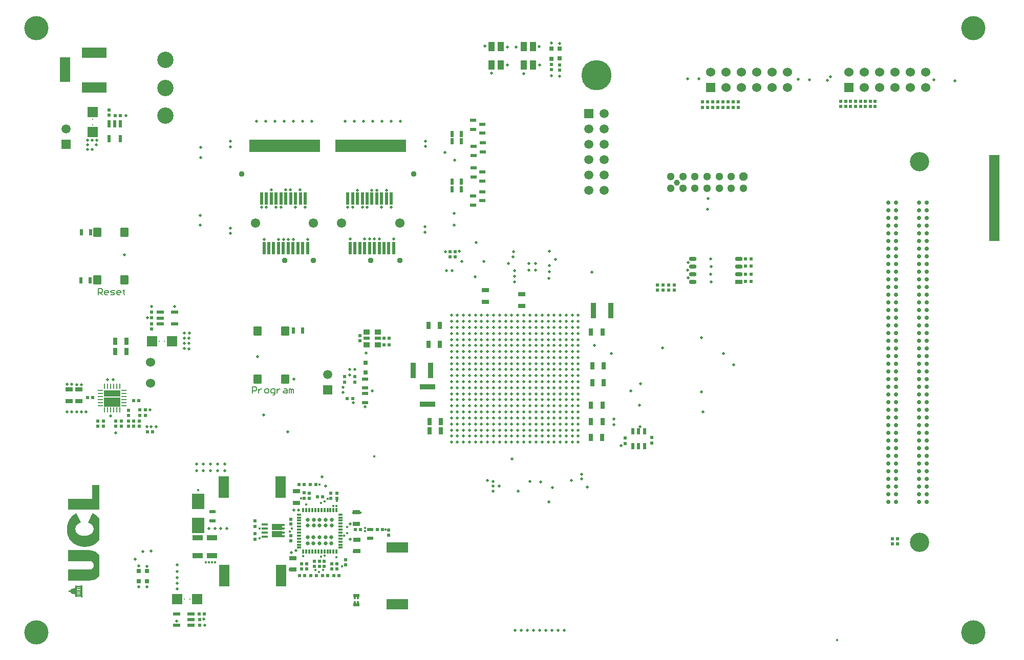
<source format=gbr>
%FSTAX23Y23*%
%MOIN*%
%SFA1B1*%

%IPPOS*%
%AMD35*
4,1,8,0.025600,-0.026700,0.025600,0.026700,0.021700,0.030500,-0.021700,0.030500,-0.025600,0.026700,-0.025600,-0.026700,-0.021700,-0.030500,0.021700,-0.030500,0.025600,-0.026700,0.0*
1,1,0.007717,0.021700,-0.026700*
1,1,0.007717,0.021700,0.026700*
1,1,0.007717,-0.021700,0.026700*
1,1,0.007717,-0.021700,-0.026700*
%
%AMD83*
4,1,8,-0.012800,-0.025600,0.012800,-0.025600,0.025600,-0.012800,0.025600,0.012800,0.012800,0.025600,-0.012800,0.025600,-0.025600,0.012800,-0.025600,-0.012800,-0.012800,-0.025600,0.0*
%
%ADD11R,0.050000X0.029921*%
%ADD12O,0.050000X0.029921*%
%ADD13R,0.029724X0.011811*%
%ADD14R,0.011811X0.029724*%
%ADD16R,0.031496X0.031496*%
%ADD17R,0.051181X0.021654*%
%ADD18R,0.021654X0.051181*%
%ADD19R,0.066929X0.070866*%
%ADD20R,0.010000X0.010000*%
%ADD21R,0.070866X0.066929*%
%ADD22R,0.010000X0.010000*%
%ADD23R,0.039370X0.023622*%
%ADD24R,0.021654X0.023622*%
%ADD25R,0.023622X0.021654*%
%ADD26R,0.023622X0.039370*%
%ADD27R,0.070079X0.140157*%
%ADD28R,0.019685X0.078740*%
%ADD29R,0.043307X0.059055*%
%ADD30R,0.027559X0.051181*%
%ADD31R,0.066929X0.035433*%
%ADD32R,0.051181X0.027559*%
%ADD33R,0.102362X0.035433*%
%ADD34R,0.035433X0.102362*%
G04~CAMADD=35~8~0.0~0.0~610.2~511.8~38.6~0.0~15~0.0~0.0~0.0~0.0~0~0.0~0.0~0.0~0.0~0~0.0~0.0~0.0~270.0~512.0~610.0*
%ADD35D35*%
%ADD37R,0.031693X0.009843*%
%ADD38R,0.009843X0.031693*%
%ADD39R,0.106299X0.059055*%
%ADD40R,0.106299X0.041339*%
%ADD41R,0.023622X0.043307*%
%ADD42R,0.029921X0.015945*%
%ADD43R,0.038976X0.015945*%
%ADD44R,0.067913X0.038976*%
%ADD45R,0.140157X0.070079*%
%ADD46R,0.039370X0.035433*%
%ADD47R,0.039370X0.019685*%
%ADD48R,0.078740X0.098425*%
%ADD49R,0.464566X0.078740*%
%ADD50C,0.019685*%
%ADD73R,0.060000X0.060000*%
%ADD74C,0.060000*%
%ADD75R,0.065000X0.160000*%
%ADD76R,0.160000X0.065000*%
%ADD77C,0.125984*%
%ADD78C,0.157480*%
%ADD79C,0.061024*%
%ADD80C,0.106299*%
%ADD81C,0.039370*%
%ADD82C,0.051181*%
G04~CAMADD=83~4~0.0~0.0~511.8~511.8~0.0~128.0~0~0.0~0.0~0.0~0.0~0~0.0~0.0~0.0~0.0~0~0.0~0.0~0.0~180.0~512.0~512.0*
%ADD83D83*%
%ADD84R,0.059055X0.059055*%
%ADD85C,0.059055*%
%ADD86C,0.037401*%
%ADD88C,0.196850*%
%ADD90C,0.020000*%
%ADD91C,0.015000*%
%ADD92C,0.025000*%
%ADD93C,0.019685*%
%ADD140C,0.000787*%
%ADD141C,0.007992*%
%ADD142R,0.070000X0.560983*%
%ADD143R,0.001457X0.001457*%
%ADD144C,0.029016*%
%LNatfc_soldermask_top-1*%
%LPD*%
G54D11*
X0734Y0382D03*
G54D12*
X0734Y0387D03*
Y0392D03*
Y0397D03*
X07041Y0382D03*
Y0387D03*
Y0392D03*
Y0397D03*
G54D13*
X04749Y02088D03*
Y02107D03*
Y02127D03*
Y02147D03*
Y02166D03*
Y02186D03*
Y02206D03*
Y02225D03*
Y02245D03*
Y02265D03*
Y02284D03*
Y02304D03*
X04479D03*
Y02284D03*
Y02265D03*
Y02245D03*
Y02225D03*
Y02206D03*
Y02186D03*
Y02166D03*
Y02147D03*
Y02127D03*
Y02107D03*
Y02088D03*
G54D14*
X04723Y02331D03*
X04703D03*
X04683D03*
X04664D03*
X04644D03*
X04624D03*
X04604D03*
X04585D03*
X04565D03*
X04545D03*
X04526D03*
X04506D03*
Y02061D03*
X04526D03*
X04545D03*
X04565D03*
X04585D03*
X04604D03*
X04624D03*
X04644D03*
X04664D03*
X04683D03*
X04703D03*
X04723D03*
G54D16*
X03435Y01935D03*
Y0187D03*
X06122Y05339D03*
Y05274D03*
X06175Y0534D03*
Y05275D03*
X04911Y03228D03*
Y03293D03*
X03487Y01935D03*
Y0187D03*
G54D17*
X03775Y01657D03*
Y01582D03*
Y0162D03*
X03681Y01657D03*
Y01582D03*
X03574Y03547D03*
Y03622D03*
Y03584D03*
X03668Y03547D03*
Y03622D03*
G54D18*
X03241Y04849D03*
X03315D03*
X03278D03*
X03241Y04754D03*
X03315D03*
G54D19*
X03686Y01752D03*
X03816D03*
X0365Y03431D03*
X0352D03*
G54D20*
X03769Y01752D03*
X03733D03*
X03567Y03431D03*
X03603D03*
G54D21*
X03135Y04795D03*
Y04925D03*
G54D22*
X03135Y04878D03*
Y04842D03*
G54D23*
X03914Y02263D03*
Y02322D03*
X05671Y04788D03*
Y04847D03*
X05615Y04701D03*
Y04642D03*
X05675Y04725D03*
Y04666D03*
X05613Y04814D03*
Y04873D03*
X05671Y04476D03*
Y04535D03*
X05611Y04379D03*
Y0432D03*
X05672Y04407D03*
Y04348D03*
X05616Y04504D03*
Y04563D03*
X04909Y03128D03*
Y03187D03*
Y03033D03*
Y03092D03*
X04943Y02207D03*
Y02148D03*
X04851Y01776D03*
Y01717D03*
G54D24*
X04577Y02D03*
Y01966D03*
X03517Y03621D03*
Y03587D03*
X0383Y01584D03*
Y01618D03*
X04191Y02262D03*
Y02227D03*
Y02178D03*
Y02143D03*
X03517Y03545D03*
Y03511D03*
X03242Y04905D03*
Y0494D03*
X03438Y02912D03*
Y02878D03*
X05061Y02168D03*
Y02202D03*
X03205Y02912D03*
Y02878D03*
X03169Y02912D03*
Y02878D03*
X04725Y02443D03*
Y02409D03*
X04724Y01949D03*
Y01983D03*
X0451Y02445D03*
Y0241D03*
X04495Y01949D03*
Y01983D03*
X03367Y02912D03*
Y02878D03*
X06122Y05237D03*
Y05202D03*
X06174Y05234D03*
Y05199D03*
X06602Y02766D03*
Y02801D03*
X06775Y0277D03*
Y02805D03*
X05495Y04017D03*
Y03983D03*
X05461Y04017D03*
Y03983D03*
X06811Y03799D03*
Y03765D03*
X06884Y03799D03*
Y03765D03*
X0692Y03799D03*
Y03765D03*
X06847Y03799D03*
Y03765D03*
X04774Y03201D03*
Y03167D03*
X04842Y03201D03*
Y03167D03*
X04643Y01966D03*
Y01999D03*
X0461Y01966D03*
Y01999D03*
X04686Y02444D03*
Y0241D03*
X04691Y01949D03*
Y01982D03*
X04545Y02444D03*
Y0241D03*
X04528Y0195D03*
Y01983D03*
X04783Y01975D03*
Y02008D03*
X04426Y02274D03*
Y02241D03*
X04425Y02165D03*
Y02132D03*
X03402Y02911D03*
Y02878D03*
X03367Y02982D03*
Y02949D03*
X03322Y02911D03*
Y02878D03*
X04874Y03435D03*
Y03468D03*
X08374Y02147D03*
Y02114D03*
X0834Y02147D03*
Y02114D03*
X03286Y02912D03*
Y02878D03*
X07171Y04991D03*
Y04957D03*
X07106D03*
Y04991D03*
X07204D03*
Y04957D03*
X07139D03*
Y04991D03*
X07304D03*
Y04957D03*
X07239D03*
Y04991D03*
X07337D03*
Y04957D03*
X07272D03*
Y04991D03*
X08068Y04995D03*
Y04961D03*
X08005D03*
Y04995D03*
X081D03*
Y04961D03*
X08197Y04995D03*
Y04961D03*
X08134D03*
Y04995D03*
X08229D03*
Y04961D03*
X08037D03*
Y04995D03*
X08166Y04961D03*
Y04995D03*
G54D25*
X03315Y04904D03*
X0328D03*
X03829Y01657D03*
X03863D03*
X03478Y0295D03*
X03443D03*
X05022Y02207D03*
X04988D03*
X04665Y01905D03*
X04631D03*
X04738D03*
X04704D03*
X04553Y02499D03*
X04588D03*
X04478Y025D03*
X04513D03*
X04515Y01905D03*
X04481D03*
X0459D03*
X04556D03*
X04632Y0242D03*
X04598D03*
X0742Y0397D03*
X07385D03*
X0742Y03921D03*
X07385D03*
X0742Y0387D03*
X07385D03*
X0742Y03821D03*
X07385D03*
X04793Y0306D03*
X04828D03*
X04878Y02207D03*
X04845D03*
X03435Y03047D03*
X03402D03*
X03477Y02985D03*
X03443D03*
X03101Y03066D03*
X03134D03*
X05031Y03452D03*
X05065D03*
X05031Y03409D03*
X05065D03*
X03491Y02844D03*
X03526D03*
G54D26*
X05535Y04735D03*
X05475D03*
X05536Y04424D03*
X05476D03*
X0306Y04144D03*
X0312D03*
X03117Y03829D03*
X03057D03*
X0444Y03504D03*
X045D03*
X05535Y04782D03*
X05475D03*
X05536Y04474D03*
X05476D03*
G54D27*
X03987Y02482D03*
X04357D03*
X0399Y01905D03*
X0436D03*
G54D28*
X05032Y0404D03*
X05063D03*
X04843D03*
X04874D03*
X05079Y04363D03*
X05048D03*
X05016D03*
X04985D03*
X04953D03*
X04922D03*
X0489D03*
X04859D03*
X04827D03*
X04796D03*
X04811Y0404D03*
X04906D03*
X04937D03*
X04969D03*
X05D03*
X05095D03*
X04282D03*
X04518Y04363D03*
X04487D03*
X04455D03*
X04424D03*
X04392D03*
X04361D03*
X04329D03*
X04298D03*
X04266D03*
X04235D03*
X0425Y0404D03*
X04313D03*
X04345D03*
X04376D03*
X04408D03*
X04439D03*
X04471D03*
X04502D03*
X04534D03*
G54D29*
X05793Y05233D03*
Y05352D03*
X05733D03*
Y05233D03*
X06D03*
Y05352D03*
X0594D03*
Y05233D03*
G54D30*
X03282Y03367D03*
X03356D03*
X06387Y03161D03*
X06462D03*
Y03271D03*
X06387D03*
X05395Y03414D03*
X0532D03*
Y03535D03*
X05395D03*
X06379Y03492D03*
X06454D03*
Y02909D03*
X06379D03*
X05328Y0285D03*
X05403D03*
Y02909D03*
X05328D03*
X06454Y03015D03*
X06379D03*
X06453Y02807D03*
X06379D03*
X03282Y03431D03*
X03356D03*
G54D31*
X03819Y02151D03*
Y02037D03*
X0391Y02151D03*
Y02037D03*
G54D32*
X04853Y02244D03*
Y02319D03*
X04461Y0238D03*
Y02455D03*
X04854Y0214D03*
Y02065D03*
X04438Y0202D03*
Y01945D03*
X03044Y03044D03*
Y03119D03*
X02982Y03044D03*
Y03119D03*
X05692Y0369D03*
Y03765D03*
X05929Y03738D03*
Y03663D03*
G54D33*
X05314Y03021D03*
Y03135D03*
G54D34*
X05336Y03244D03*
X05222D03*
X06394Y03632D03*
X06508D03*
G54D35*
X04387Y035D03*
Y03187D03*
X04209Y035D03*
Y03187D03*
X03165Y03831D03*
Y04144D03*
X03343Y03831D03*
Y04144D03*
G54D37*
X03339Y03012D03*
Y03032D03*
Y03052D03*
Y03071D03*
Y03091D03*
Y03111D03*
X03185D03*
Y03091D03*
Y03071D03*
Y03052D03*
Y03032D03*
Y03012D03*
G54D38*
X03311Y03138D03*
X03292D03*
X03272D03*
X03252D03*
X03232D03*
X03213D03*
Y02985D03*
X03232D03*
X03252D03*
X03272D03*
X03292D03*
X03311D03*
G54D39*
X03262Y03037D03*
G54D40*
X03262Y03094D03*
G54D41*
X06727Y02845D03*
X06689D03*
X06652D03*
Y0275D03*
X06689D03*
X06727D03*
G54D42*
X04373Y02211D03*
Y02186D03*
Y02162D03*
Y02236D03*
G54D43*
X04256Y0216D03*
Y02186D03*
Y02212D03*
Y02238D03*
G54D44*
X04334Y02223D03*
Y02175D03*
G54D45*
X05118Y0172D03*
Y0209D03*
G54D46*
X04991Y03494D03*
X04917D03*
X04991Y03409D03*
X04917D03*
G54D47*
X04991Y03452D03*
X04917D03*
G54D48*
X03822Y02233D03*
Y0239D03*
G54D49*
X04945Y04706D03*
X04384D03*
G54D50*
X05745Y03563D03*
Y03602D03*
Y02775D03*
Y02815D03*
X0547Y02972D03*
Y03011D03*
Y03051D03*
Y0309D03*
Y03169D03*
Y03208D03*
Y03563D03*
Y03602D03*
X05666Y02854D03*
X0547Y03248D03*
Y03287D03*
X05666Y03563D03*
Y03602D03*
X05509Y02933D03*
Y02972D03*
X0547Y03366D03*
Y03405D03*
X05509Y02775D03*
X05588Y03563D03*
Y03602D03*
X06296Y02775D03*
X06257D03*
X06218D03*
X06178D03*
X06139D03*
X061D03*
X0606D03*
X06021D03*
X05981D03*
X05942D03*
X05903D03*
X05863D03*
X05824D03*
X05785D03*
X05706D03*
X05666D03*
X05627D03*
X05588D03*
X05548D03*
X06296Y02815D03*
X06257D03*
X06218D03*
X06178D03*
X06139D03*
X061D03*
X0606D03*
X06021D03*
X05981D03*
X05942D03*
X05903D03*
X05863D03*
X05824D03*
X05785D03*
X05706D03*
X05666D03*
X05627D03*
X05588D03*
X05548D03*
X05509D03*
X06296Y02854D03*
X06257D03*
X06218D03*
X06178D03*
X06139D03*
X061D03*
X0606D03*
X06021D03*
X05981D03*
X05942D03*
X05903D03*
X05863D03*
X05824D03*
X05785D03*
X05745D03*
X05706D03*
X05627D03*
X05588D03*
X05548D03*
X05509D03*
X06296Y02893D03*
X06257D03*
X06218D03*
X06178D03*
X06139D03*
X061D03*
X0606D03*
X06021D03*
X05981D03*
X05942D03*
X05903D03*
X05863D03*
X05824D03*
X05785D03*
X05745D03*
X05706D03*
X05666D03*
X05627D03*
X05588D03*
X05548D03*
X05509D03*
X06296Y02933D03*
X06257D03*
X06218D03*
X06178D03*
X06139D03*
X061D03*
X0606D03*
X06021D03*
X05981D03*
X05942D03*
X05903D03*
X05863D03*
X05824D03*
X05785D03*
X05745D03*
X05706D03*
X05666D03*
X05588D03*
X05548D03*
X0547D03*
X06296Y02972D03*
X06257D03*
X06218D03*
X06178D03*
X06139D03*
X061D03*
X0606D03*
X06021D03*
X05981D03*
X05942D03*
X05903D03*
X05863D03*
X05824D03*
X05785D03*
X05745D03*
X05706D03*
X05627D03*
X05588D03*
X05548D03*
X06296Y03011D03*
X06257D03*
X06218D03*
X06178D03*
X06139D03*
X061D03*
X0606D03*
X06021D03*
X05981D03*
X05942D03*
X05903D03*
X05863D03*
X05824D03*
X05785D03*
X05745D03*
X05706D03*
X05666D03*
X05627D03*
X05588D03*
X05548D03*
X05509D03*
X06296Y03051D03*
X06257D03*
X06218D03*
X06178D03*
X06139D03*
X061D03*
X0606D03*
X06021D03*
X05981D03*
X05942D03*
X05903D03*
X05863D03*
X05824D03*
X05785D03*
X05745D03*
X05706D03*
X05666D03*
X05627D03*
X05588D03*
X05548D03*
X05509D03*
X06296Y0309D03*
X06257D03*
X06218D03*
X06178D03*
X06139D03*
X061D03*
X0606D03*
X06021D03*
X05981D03*
X05942D03*
X05903D03*
X05863D03*
X05824D03*
X05785D03*
X05745D03*
X05706D03*
X05666D03*
X05627D03*
X05588D03*
X05548D03*
X05509D03*
X06296Y03129D03*
X06257D03*
X06218D03*
X06178D03*
X06139D03*
X061D03*
X0606D03*
X06021D03*
X05981D03*
X05942D03*
X05903D03*
X05863D03*
X05824D03*
X05785D03*
X05745D03*
X05706D03*
X05666D03*
X05627D03*
X05588D03*
X05548D03*
X05509D03*
X0547D03*
X06296Y03169D03*
X06257D03*
X06218D03*
X06178D03*
X06139D03*
X061D03*
X0606D03*
X06021D03*
X05981D03*
X05942D03*
X05903D03*
X05863D03*
X05824D03*
X05785D03*
X05745D03*
X05706D03*
X05666D03*
X05627D03*
X05588D03*
X05548D03*
X05509D03*
X06296Y03208D03*
X06257D03*
X06218D03*
X06178D03*
X06139D03*
X061D03*
X0606D03*
X06021D03*
X05981D03*
X05942D03*
X05903D03*
X05863D03*
X05824D03*
X05785D03*
X05745D03*
X05706D03*
X05666D03*
X05627D03*
X05588D03*
X05548D03*
X05509D03*
X06296Y03248D03*
X06257D03*
X06218D03*
X06178D03*
X06139D03*
X061D03*
X0606D03*
X06021D03*
X05981D03*
X05942D03*
X05903D03*
X05863D03*
X05824D03*
X05785D03*
X05745D03*
X05706D03*
X05666D03*
X05627D03*
X05588D03*
X05548D03*
X05509D03*
X06296Y03287D03*
X06257D03*
X06218D03*
X06178D03*
X06139D03*
X061D03*
X0606D03*
X06021D03*
X05981D03*
X05942D03*
X05903D03*
X05863D03*
X05824D03*
X05785D03*
X05745D03*
X05706D03*
X05666D03*
X05627D03*
X05588D03*
X05548D03*
X05509D03*
X06296Y03326D03*
X06257D03*
X06218D03*
X06178D03*
X06139D03*
X061D03*
X0606D03*
X06021D03*
X05981D03*
X05942D03*
X05903D03*
X05863D03*
X05824D03*
X05785D03*
X05745D03*
X05706D03*
X05666D03*
X05627D03*
X05588D03*
X05548D03*
X05509D03*
X0547D03*
X06296Y03366D03*
X06257D03*
X06218D03*
X06178D03*
X06139D03*
X061D03*
X0606D03*
X06021D03*
X05981D03*
X05942D03*
X05903D03*
X05863D03*
X05824D03*
X05785D03*
X05745D03*
X05706D03*
X05666D03*
X05627D03*
X05588D03*
X05548D03*
X05509D03*
X06296Y03405D03*
X06257D03*
X06218D03*
X06178D03*
X06139D03*
X061D03*
X0606D03*
X06021D03*
X05981D03*
X05942D03*
X05903D03*
X05863D03*
X05785D03*
X05745D03*
X05706D03*
X05666D03*
X05627D03*
X05588D03*
X05548D03*
X05509D03*
X06296Y03444D03*
X06257D03*
X06218D03*
X06178D03*
X06139D03*
X061D03*
X0606D03*
X06021D03*
X05981D03*
X05942D03*
X05903D03*
X05863D03*
X05824D03*
X05785D03*
X05745D03*
X05706D03*
X05666D03*
X05627D03*
X05588D03*
X05548D03*
X05509D03*
X06296Y03484D03*
X06257D03*
X06218D03*
X06178D03*
X06139D03*
X061D03*
X0606D03*
X06021D03*
X05981D03*
X05942D03*
X05903D03*
X05863D03*
X05824D03*
X05785D03*
X05745D03*
X05706D03*
X05666D03*
X05627D03*
X05588D03*
X05548D03*
X05509D03*
X06296Y03523D03*
X06257D03*
X06218D03*
X06178D03*
X06139D03*
X061D03*
X0606D03*
X06021D03*
X05981D03*
X05942D03*
X05903D03*
X05863D03*
X05824D03*
X05785D03*
X05745D03*
X05706D03*
X05666D03*
X05627D03*
X05588D03*
X05548D03*
X05509D03*
X0547D03*
X06296Y03563D03*
X06257D03*
X06218D03*
X06178D03*
X06139D03*
X061D03*
X0606D03*
X06021D03*
X05981D03*
X05942D03*
X05903D03*
X05863D03*
X05824D03*
X05785D03*
X05706D03*
X05627D03*
X05548D03*
X05509D03*
X06296Y03602D03*
X06257D03*
X06218D03*
X06178D03*
X06139D03*
X061D03*
X0606D03*
X06021D03*
X05981D03*
X05942D03*
X05903D03*
X05863D03*
X05824D03*
X05785D03*
X05706D03*
X05627D03*
X05548D03*
X05509D03*
X05666Y02972D03*
X05627Y02933D03*
X0547Y03484D03*
Y03444D03*
X05824Y03405D03*
X0547Y02815D03*
Y02775D03*
Y02893D03*
Y02854D03*
G54D73*
X08059Y05085D03*
X07159D03*
G54D74*
X08159Y05085D03*
X08259D03*
X08359D03*
X08459D03*
X08559D03*
X08059Y05185D03*
X08159D03*
X08259D03*
X08359D03*
X08459D03*
X08559D03*
X07259Y05085D03*
X07359D03*
X07459D03*
X07559D03*
X07659D03*
X07159Y05185D03*
X07259D03*
X07359D03*
X07459D03*
X07559D03*
X07659D03*
X0351Y03296D03*
Y03159D03*
G54D75*
X02956Y05204D03*
G54D76*
X03145Y05314D03*
Y05086D03*
G54D77*
X08519Y02121D03*
Y04602D03*
G54D78*
X08869Y05474D03*
X02769D03*
Y01537D03*
X08869D03*
G54D79*
X04756Y04202D03*
X05134D03*
X04195D03*
X04573D03*
G54D80*
X03608Y05084D03*
Y05265D03*
Y04902D03*
G54D81*
X06938Y04467D03*
G54D82*
X06899Y04428D03*
X06978D03*
X07056D03*
X07135D03*
X07214D03*
X07292D03*
X07371D03*
X06899Y04507D03*
X06978D03*
X07056D03*
X07135D03*
X07214D03*
X07292D03*
G54D83*
X07371Y04507D03*
G54D84*
X04666Y03115D03*
X06364Y04917D03*
X0296Y04715D03*
G54D85*
X04666Y03215D03*
X06464Y04917D03*
X06364Y04817D03*
X06464D03*
X06364Y04717D03*
X06464D03*
X06364Y04617D03*
X06464D03*
X06364Y04517D03*
X06464D03*
X06364Y04417D03*
X06464D03*
X0296Y04815D03*
G54D86*
X05134Y03958D03*
X04945D03*
X04384D03*
X04573D03*
X05226Y04521D03*
X04104D03*
G54D88*
X06414Y05167D03*
G54D90*
X08613Y05137D03*
X08748Y05129D03*
X07938Y05157D03*
X07917Y05132D03*
X06403Y03405D03*
X07082Y05144D03*
X07008D03*
X07803Y05137D03*
X07728Y05138D03*
X06318Y02537D03*
X04954Y0311D03*
X04297Y04419D03*
X04391D03*
X04422D03*
X04485D03*
X04454Y04307D03*
X0436D03*
X04858Y04417D03*
X04952D03*
X04984D03*
X05047D03*
X05015Y04305D03*
X04921D03*
X05905Y02456D03*
X04653Y02488D03*
X03492Y03586D03*
X0483Y03031D03*
X04909Y03007D03*
X07307Y03279D03*
X0724Y03354D03*
X06385Y03881D03*
X05523Y04019D03*
X06251Y02527D03*
X03547Y02877D03*
X03515D03*
X03488D03*
X03342Y03996D03*
X03838Y04629D03*
Y04696D03*
X03834Y04251D03*
Y04188D03*
X05429Y04661D03*
X05492Y04614D03*
X05488Y04267D03*
Y04188D03*
X07137Y04291D03*
X07141Y04362D03*
X04208Y03334D03*
X0346Y02062D03*
X04916Y03357D03*
X0594Y05177D03*
X05733Y05178D03*
X06175Y05372D03*
X06122Y05375D03*
X05431Y04015D03*
X0563Y04075D03*
X06513Y03352D03*
X04247Y02952D03*
X03261Y03037D03*
X03262Y03094D03*
X03269Y03184D03*
X03297Y03038D03*
Y03094D03*
X03232Y03183D03*
X03286Y02837D03*
X04406Y02842D03*
X04628Y02549D03*
X04445Y03187D03*
X06205Y0155D03*
X06085D03*
X05885D03*
X06165D03*
X06125D03*
X06045D03*
X05965D03*
X05925D03*
X06005D03*
X03413Y02014D03*
X03487Y01832D03*
X03435Y01833D03*
X04841Y0325D03*
X04807Y03214D03*
Y0325D03*
X04765Y03134D03*
Y03099D03*
X04031Y04137D03*
X03865Y01584D03*
X03517Y0366D03*
X03352Y04904D03*
X03252Y02947D03*
X05298Y04144D03*
Y04179D03*
X053Y04702D03*
Y04735D03*
X04032Y047D03*
Y04735D03*
X04031Y0417D03*
X04778Y04865D03*
X04838D03*
X04898D03*
X04958D03*
X05018D03*
X05078D03*
X05138D03*
X04562Y04865D03*
X04502D03*
X04442D03*
X04382D03*
X04322D03*
X04262D03*
X04202D03*
X04408Y04097D03*
X04251D03*
X04345D03*
X04811Y041D03*
X04906D03*
X04328Y04307D03*
X0489Y04305D03*
X04827D03*
X05078D03*
X04795D03*
X04265Y04307D03*
X04234D03*
X05094Y041D03*
X05D03*
X04968D03*
X04937D03*
X04534Y04097D03*
X0444D03*
X04377D03*
X0701Y03845D03*
X07009Y03895D03*
X0701Y03947D03*
X03435Y01968D03*
X03487Y01966D03*
X06046Y05232D03*
X05893Y0535D03*
X06043Y05352D03*
X05836Y05234D03*
Y0535D03*
X05689Y05355D03*
X06846Y0339D03*
X05865Y02667D03*
X06318Y02566D03*
X05982Y0252D03*
X05743Y0252D03*
X05705Y02525D03*
X06638Y0311D03*
X07099Y03102D03*
Y03455D03*
X05743Y02457D03*
Y02489D03*
X05474Y03892D03*
X03227Y03093D03*
X03228Y03037D03*
X03507Y02985D03*
X03101Y04741D03*
X03132Y04742D03*
X03162D03*
X03101Y04711D03*
X03157Y04712D03*
X031Y04681D03*
X03133Y04682D03*
X03668Y03659D03*
X02967Y02973D03*
X02999D03*
X0303D03*
X0306D03*
X0309D03*
X02969Y03151D03*
X02998D03*
X0303Y0315D03*
X03062Y03149D03*
X03813Y0259D03*
X03856D03*
X03902D03*
X03948D03*
X03996D03*
Y02634D03*
X03948D03*
X03902D03*
X03856D03*
X03813D03*
X03893Y02212D03*
X03931Y02214D03*
X03968Y02212D03*
X04007Y02214D03*
X03686Y01819D03*
Y01857D03*
Y01894D03*
Y01934D03*
Y01975D03*
X03681Y01609D03*
X03858Y01621D03*
X04444Y02332D03*
X04474D03*
X04427Y02055D03*
X04459Y0207D03*
X04811Y02142D03*
X04812Y02244D03*
X06109Y03927D03*
X06108Y04019D03*
X05876Y04017D03*
X05873Y03982D03*
X0588Y03892D03*
Y0382D03*
X0584Y03939D03*
X06147Y03965D03*
X05439Y03892D03*
X05625Y03854D03*
X05539Y03952D03*
X05681D03*
X05783Y0249D03*
X06053Y02515D03*
X06354Y02482D03*
X06129Y0248D03*
X06105Y02387D03*
X06701Y03157D03*
X06122Y05162D03*
X06174Y0516D03*
X03763Y03384D03*
Y03419D03*
X03764Y03485D03*
X03763Y03454D03*
X0373Y03385D03*
Y0342D03*
X03731Y03485D03*
Y03454D03*
X04517Y04307D03*
X06107Y03887D03*
X06106Y03842D03*
X0588Y03857D03*
X07108Y02973D03*
X06698Y02876D03*
X06696Y03015D03*
X06527Y02889D03*
Y02925D03*
X06574Y02751D03*
X03514Y02065D03*
X07159Y0397D03*
X0716Y0392D03*
X07157Y0387D03*
X07162Y0382D03*
G54D91*
X0798Y01487D03*
X04967Y02682D03*
X04791Y02181D03*
X0477Y02167D03*
X04791Y02224D03*
X04645Y02035D03*
X04432Y02212D03*
X0387Y01992D03*
X04758Y01966D03*
X04665Y02405D03*
X04492Y02409D03*
X04724Y02393D03*
X04723Y0236D03*
X04703D03*
X04908Y02215D03*
Y02197D03*
X04872Y02064D03*
X04854D03*
X04836D03*
X04612Y02499D03*
X04222Y0215D03*
X04222Y02212D03*
X04418Y02194D03*
X04609Y0193D03*
X04634Y01944D03*
X04585D03*
X04476Y025D03*
X0382Y02464D03*
X04478Y01905D03*
Y02455D03*
X04461Y02455D03*
X04445Y02455D03*
X04525Y0237D03*
X0462Y0238D03*
X04528Y01986D03*
X04452Y01945D03*
X04435D03*
X04418D03*
X04495Y01987D03*
X04692Y01985D03*
X04723Y01987D03*
X04546Y02407D03*
X04723Y02025D03*
X04506Y02032D03*
X0483Y02317D03*
X04853Y02319D03*
X04878Y02317D03*
X0474Y01905D03*
X04623Y0203D03*
X03893Y01992D03*
X03913D03*
X03933D03*
X04645Y02389D03*
X04842Y01759D03*
X04862D03*
X04842Y01732D03*
X04862D03*
X05041Y02207D03*
G54D92*
X04689Y02117D03*
X04612D03*
X04534D03*
X04573D03*
X0465D03*
X04689Y02155D03*
X04612D03*
X04534D03*
X04573D03*
X0465D03*
X0469Y02232D03*
X04535D03*
X04574D03*
X04651D03*
X0469Y0227D03*
X04535D03*
X04574D03*
X04652D03*
X04613D03*
X04612Y02232D03*
G54D93*
X06019Y03938D03*
Y03895D03*
X05976D03*
Y03938D03*
G54D140*
X03174Y02339D02*
Y02495D01*
Y02139D02*
Y02278D01*
Y01906D02*
Y0204D01*
X03173Y02339D02*
Y02495D01*
Y02139D02*
Y02279D01*
Y01904D02*
Y02041D01*
X03172Y02339D02*
Y02495D01*
Y02138D02*
Y0228D01*
Y01903D02*
Y02042D01*
X03171Y02339D02*
Y02495D01*
Y02136D02*
Y02281D01*
Y01902D02*
Y02043D01*
X0317Y02339D02*
Y02495D01*
Y02135D02*
Y02282D01*
Y01902D02*
Y02044D01*
X0317Y02339D02*
Y02495D01*
Y02135D02*
Y02283D01*
Y019D02*
Y02045D01*
X03169Y02339D02*
Y02495D01*
Y02134D02*
Y02284D01*
Y01899D02*
Y02046D01*
X03168Y02339D02*
Y02495D01*
Y02132D02*
Y02285D01*
Y01899D02*
Y02047D01*
X03167Y02339D02*
Y02495D01*
Y02131D02*
Y02286D01*
Y01898D02*
Y02047D01*
X03166Y02339D02*
Y02495D01*
Y0213D02*
Y02287D01*
Y01897D02*
Y02048D01*
X03166Y02339D02*
Y02495D01*
Y0213D02*
Y02288D01*
Y01896D02*
Y02049D01*
X03165Y02339D02*
Y02495D01*
Y02129D02*
Y02289D01*
Y01895D02*
Y0205D01*
X03164Y02339D02*
Y02495D01*
Y02128D02*
Y0229D01*
Y01895D02*
Y0205D01*
X03163Y02339D02*
Y02495D01*
Y02127D02*
Y0229D01*
Y01895D02*
Y02051D01*
X03162Y02339D02*
Y02495D01*
Y02127D02*
Y02291D01*
Y01894D02*
Y02052D01*
X03162Y02339D02*
Y02495D01*
Y02126D02*
Y02292D01*
Y01893D02*
Y02053D01*
X03161Y02339D02*
Y02495D01*
Y02125D02*
Y02293D01*
Y01892D02*
Y02054D01*
X0316Y02339D02*
Y02495D01*
Y02125D02*
Y02294D01*
Y01891D02*
Y02054D01*
X03159Y02339D02*
Y02495D01*
Y02124D02*
Y02295D01*
Y0189D02*
Y02055D01*
X03158Y02339D02*
Y02495D01*
Y02123D02*
Y02295D01*
Y0189D02*
Y02055D01*
X03158Y02339D02*
Y02495D01*
Y02122D02*
Y02295D01*
Y0189D02*
Y02056D01*
X03157Y02339D02*
Y02495D01*
Y02122D02*
Y02296D01*
Y01889D02*
Y02056D01*
X03156Y02339D02*
Y02495D01*
Y02121D02*
Y02297D01*
Y01889D02*
Y02057D01*
X03155Y02339D02*
Y02495D01*
Y02121D02*
Y02298D01*
Y01888D02*
Y02058D01*
X03154Y02339D02*
Y02495D01*
Y0212D02*
Y02299D01*
Y01887D02*
Y02058D01*
X03154Y02339D02*
Y02495D01*
Y02119D02*
Y02299D01*
Y01887D02*
Y02059D01*
X03153Y02339D02*
Y02495D01*
Y02119D02*
Y02299D01*
Y01887D02*
Y02059D01*
X03152Y02339D02*
Y02495D01*
Y02119D02*
Y023D01*
Y01887D02*
Y02059D01*
X03151Y02339D02*
Y02495D01*
Y02118D02*
Y02301D01*
Y01886D02*
Y0206D01*
X0315Y02339D02*
Y02495D01*
Y02117D02*
Y02301D01*
Y01886D02*
Y0206D01*
X0315Y02339D02*
Y02495D01*
Y02116D02*
Y02302D01*
Y01885D02*
Y02061D01*
X03149Y02339D02*
Y02495D01*
Y02116D02*
Y02302D01*
Y01885D02*
Y02062D01*
X03148Y02339D02*
Y02495D01*
Y02115D02*
Y02302D01*
Y01884D02*
Y02062D01*
X03147Y02339D02*
Y02495D01*
Y02115D02*
Y02303D01*
Y01884D02*
Y02062D01*
X03146Y02339D02*
Y02495D01*
Y02115D02*
Y02304D01*
Y01883D02*
Y02062D01*
X03146Y02339D02*
Y02495D01*
Y02114D02*
Y02304D01*
Y01883D02*
Y02062D01*
X03145Y02339D02*
Y02495D01*
Y02114D02*
Y02305D01*
Y01882D02*
Y02063D01*
X03144Y02339D02*
Y02495D01*
Y02113D02*
Y02306D01*
Y01882D02*
Y02063D01*
X03143Y02339D02*
Y02495D01*
Y02112D02*
Y02306D01*
Y01882D02*
Y02064D01*
X03142Y02339D02*
Y02495D01*
Y02112D02*
Y02307D01*
Y01882D02*
Y02064D01*
X03142Y02339D02*
Y02495D01*
Y02111D02*
Y02307D01*
Y01882D02*
Y02065D01*
X03141Y02339D02*
Y02495D01*
Y02111D02*
Y02307D01*
Y01978D02*
Y02065D01*
Y01882D02*
Y0197D01*
X0314Y02339D02*
Y02495D01*
Y0211D02*
Y02308D01*
Y01982D02*
Y02065D01*
Y01881D02*
Y01965D01*
X03139Y02339D02*
Y02495D01*
Y02219D02*
Y02308D01*
Y0211D02*
Y02202D01*
Y01986D02*
Y02066D01*
Y01881D02*
Y01962D01*
X03138Y02339D02*
Y02495D01*
Y02222D02*
Y02309D01*
Y0211D02*
Y02199D01*
Y01987D02*
Y02066D01*
Y01881D02*
Y0196D01*
X03138Y02339D02*
Y02495D01*
Y02225D02*
Y02309D01*
Y0211D02*
Y02196D01*
Y0199D02*
Y02067D01*
Y0188D02*
Y01959D01*
X03137Y02339D02*
Y02495D01*
Y02227D02*
Y0231D01*
Y02109D02*
Y02194D01*
Y0199D02*
Y02067D01*
Y0188D02*
Y01957D01*
X03136Y02339D02*
Y02495D01*
Y02229D02*
Y0231D01*
Y02109D02*
Y02192D01*
Y01992D02*
Y02067D01*
Y0188D02*
Y01955D01*
X03135Y02339D02*
Y02495D01*
Y0223D02*
Y0231D01*
Y02108D02*
Y0219D01*
Y01994D02*
Y02067D01*
Y0188D02*
Y01955D01*
X03134Y02339D02*
Y02495D01*
Y02232D02*
Y0231D01*
Y02108D02*
Y02189D01*
Y01995D02*
Y02067D01*
Y01879D02*
Y01954D01*
X03134Y02339D02*
Y02495D01*
Y02234D02*
Y02311D01*
Y02107D02*
Y02188D01*
Y01995D02*
Y02067D01*
Y01879D02*
Y01953D01*
X03133Y02339D02*
Y02495D01*
Y02235D02*
Y02311D01*
Y02107D02*
Y02187D01*
Y01996D02*
Y02067D01*
Y01879D02*
Y01952D01*
X03132Y02339D02*
Y02495D01*
Y02236D02*
Y0231D01*
Y02107D02*
Y02186D01*
Y01997D02*
Y02068D01*
Y01879D02*
Y01951D01*
X03131Y02339D02*
Y02407D01*
Y02237D02*
Y02309D01*
Y02107D02*
Y02184D01*
Y01998D02*
Y02068D01*
Y01879D02*
Y0195D01*
X0313Y02339D02*
Y02407D01*
Y02238D02*
Y02307D01*
Y02106D02*
Y02183D01*
Y01999D02*
Y02068D01*
Y01879D02*
Y0195D01*
X0313Y02339D02*
Y02407D01*
Y02239D02*
Y02306D01*
Y02106D02*
Y02182D01*
Y01999D02*
Y02068D01*
Y01879D02*
Y0195D01*
X03129Y02339D02*
Y02407D01*
Y02239D02*
Y02304D01*
Y02106D02*
Y02182D01*
Y01999D02*
Y02069D01*
Y01879D02*
Y01949D01*
X03128Y02339D02*
Y02407D01*
Y02241D02*
Y02302D01*
Y02105D02*
Y02181D01*
Y02D02*
Y02069D01*
Y01879D02*
Y01948D01*
X03127Y02339D02*
Y02407D01*
Y02241D02*
Y023D01*
Y02105D02*
Y0218D01*
Y02D02*
Y02069D01*
Y01879D02*
Y01948D01*
X03126Y02339D02*
Y02407D01*
Y02242D02*
Y02299D01*
Y02104D02*
Y02179D01*
Y02001D02*
Y02069D01*
Y01878D02*
Y01947D01*
X03126Y02339D02*
Y02407D01*
Y02242D02*
Y02297D01*
Y02104D02*
Y02179D01*
Y02001D02*
Y0207D01*
Y01878D02*
Y01947D01*
X03125Y02339D02*
Y02407D01*
Y02243D02*
Y02295D01*
Y02104D02*
Y02179D01*
Y02001D02*
Y0207D01*
Y01878D02*
Y01947D01*
X03124Y02339D02*
Y02407D01*
Y02244D02*
Y02294D01*
Y02103D02*
Y02178D01*
Y02002D02*
Y0207D01*
Y01878D02*
Y01947D01*
X03123Y02339D02*
Y02407D01*
Y02245D02*
Y02292D01*
Y02103D02*
Y02177D01*
Y02002D02*
Y0207D01*
Y01878D02*
Y01947D01*
X03122Y02339D02*
Y02407D01*
Y02245D02*
Y0229D01*
Y02103D02*
Y02176D01*
Y02002D02*
Y0207D01*
Y01878D02*
Y01946D01*
X03122Y02339D02*
Y02407D01*
Y02246D02*
Y02289D01*
Y02102D02*
Y02176D01*
Y02002D02*
Y0207D01*
Y01878D02*
Y01946D01*
X03121Y02339D02*
Y02407D01*
Y02247D02*
Y02287D01*
Y02102D02*
Y02175D01*
Y02002D02*
Y0207D01*
Y01878D02*
Y01946D01*
X0312Y02339D02*
Y02407D01*
Y02247D02*
Y02286D01*
Y02102D02*
Y02175D01*
Y02002D02*
Y0207D01*
Y01878D02*
Y01946D01*
X03119Y02339D02*
Y02407D01*
Y02247D02*
Y02284D01*
Y02102D02*
Y02175D01*
Y02002D02*
Y0207D01*
Y01877D02*
Y01945D01*
X03118Y02339D02*
Y02407D01*
Y02248D02*
Y02282D01*
Y02102D02*
Y02174D01*
Y02003D02*
Y0207D01*
Y01877D02*
Y01945D01*
X03118Y02339D02*
Y02407D01*
Y02248D02*
Y02281D01*
Y02102D02*
Y02174D01*
Y02003D02*
Y0207D01*
Y01877D02*
Y01945D01*
X03117Y02339D02*
Y02407D01*
Y02249D02*
Y02279D01*
Y02101D02*
Y02173D01*
Y02003D02*
Y0207D01*
Y01877D02*
Y01945D01*
X03116Y02339D02*
Y02407D01*
Y02249D02*
Y02277D01*
Y02101D02*
Y02173D01*
Y02003D02*
Y0207D01*
Y01877D02*
Y01945D01*
X03115Y02339D02*
Y02407D01*
Y0225D02*
Y02275D01*
Y02101D02*
Y02172D01*
Y02003D02*
Y0207D01*
Y01877D02*
Y01945D01*
X03114Y02339D02*
Y02407D01*
Y0225D02*
Y02274D01*
Y02101D02*
Y02172D01*
Y02003D02*
Y02071D01*
Y01877D02*
Y01945D01*
X03114Y02339D02*
Y02407D01*
Y0225D02*
Y02272D01*
Y021D02*
Y02172D01*
Y02003D02*
Y02071D01*
Y01877D02*
Y01945D01*
X03113Y02339D02*
Y02407D01*
Y0225D02*
Y0227D01*
Y021D02*
Y02171D01*
Y02003D02*
Y02071D01*
Y01877D02*
Y01945D01*
X03112Y02339D02*
Y02407D01*
Y02251D02*
Y02269D01*
Y021D02*
Y02171D01*
Y02003D02*
Y02071D01*
Y01877D02*
Y01945D01*
X03111Y02339D02*
Y02407D01*
Y02251D02*
Y02267D01*
Y021D02*
Y0217D01*
Y02003D02*
Y02071D01*
Y01877D02*
Y01945D01*
X0311Y02339D02*
Y02407D01*
Y02252D02*
Y02266D01*
Y02099D02*
Y0217D01*
Y02003D02*
Y02071D01*
Y01877D02*
Y01945D01*
X0311Y02339D02*
Y02407D01*
Y02252D02*
Y02264D01*
Y02099D02*
Y0217D01*
Y02003D02*
Y02071D01*
Y01877D02*
Y01945D01*
X03109Y02339D02*
Y02407D01*
Y02253D02*
Y02262D01*
Y02099D02*
Y0217D01*
Y02003D02*
Y02071D01*
Y01877D02*
Y01945D01*
X03108Y02339D02*
Y02407D01*
Y02253D02*
Y02261D01*
Y02099D02*
Y0217D01*
Y02003D02*
Y02071D01*
Y01877D02*
Y01945D01*
X03107Y02339D02*
Y02407D01*
Y02253D02*
Y02259D01*
Y02099D02*
Y0217D01*
Y02003D02*
Y02071D01*
Y01877D02*
Y01945D01*
X03106Y02339D02*
Y02407D01*
Y02254D02*
Y02257D01*
Y02099D02*
Y02169D01*
Y02003D02*
Y02071D01*
Y01877D02*
Y01945D01*
X03106Y02339D02*
Y02407D01*
Y02254D02*
Y02256D01*
Y02099D02*
Y02169D01*
Y02003D02*
Y02071D01*
Y01877D02*
Y01945D01*
X03105Y02339D02*
Y02407D01*
Y02099D02*
Y02169D01*
Y02003D02*
Y02071D01*
Y01877D02*
Y01945D01*
X03104Y02339D02*
Y02407D01*
Y02099D02*
Y02169D01*
Y02003D02*
Y02072D01*
Y01876D02*
Y01945D01*
X03103Y02339D02*
Y02407D01*
Y02099D02*
Y02168D01*
Y02003D02*
Y02072D01*
Y01876D02*
Y01945D01*
X03102Y02339D02*
Y02407D01*
Y02098D02*
Y02168D01*
Y02003D02*
Y02072D01*
Y01876D02*
Y01945D01*
X03102Y02339D02*
Y02407D01*
Y02098D02*
Y02168D01*
Y02003D02*
Y02072D01*
Y01876D02*
Y01945D01*
X03101Y02339D02*
Y02407D01*
Y02098D02*
Y02168D01*
Y02003D02*
Y02072D01*
Y01876D02*
Y01945D01*
X031Y02339D02*
Y02407D01*
Y02098D02*
Y02167D01*
Y02003D02*
Y02072D01*
Y01876D02*
Y01945D01*
X03099Y02339D02*
Y02407D01*
Y02098D02*
Y02167D01*
Y02003D02*
Y02072D01*
Y01876D02*
Y01945D01*
X03098Y02339D02*
Y02407D01*
Y02098D02*
Y02167D01*
Y02003D02*
Y02072D01*
Y01876D02*
Y01945D01*
X03098Y02339D02*
Y02407D01*
Y02098D02*
Y02167D01*
Y02003D02*
Y02072D01*
Y01876D02*
Y01945D01*
X03097Y02339D02*
Y02407D01*
Y02098D02*
Y02167D01*
Y02003D02*
Y02072D01*
Y01876D02*
Y01945D01*
X03096Y02339D02*
Y02407D01*
Y02097D02*
Y02167D01*
Y02003D02*
Y02072D01*
Y01876D02*
Y01945D01*
X03095Y02339D02*
Y02407D01*
Y02097D02*
Y02167D01*
Y02003D02*
Y02072D01*
Y01876D02*
Y01945D01*
X03094Y02339D02*
Y02407D01*
Y02097D02*
Y02167D01*
Y02003D02*
Y02072D01*
Y01876D02*
Y01945D01*
X03094Y02339D02*
Y02407D01*
Y02097D02*
Y02167D01*
Y02003D02*
Y02072D01*
Y01876D02*
Y01945D01*
X03093Y02339D02*
Y02407D01*
Y02097D02*
Y02167D01*
Y02003D02*
Y02072D01*
Y01876D02*
Y01945D01*
X03092Y02339D02*
Y02407D01*
Y02097D02*
Y02167D01*
Y02003D02*
Y02072D01*
Y01876D02*
Y01945D01*
X03091Y02339D02*
Y02407D01*
Y02097D02*
Y02167D01*
Y02003D02*
Y02072D01*
Y01876D02*
Y01945D01*
X0309Y02339D02*
Y02407D01*
Y02097D02*
Y02166D01*
Y02003D02*
Y02072D01*
Y01876D02*
Y01945D01*
X0309Y02339D02*
Y02407D01*
Y02097D02*
Y02166D01*
Y02003D02*
Y02072D01*
Y01876D02*
Y01945D01*
X03089Y02339D02*
Y02407D01*
Y02097D02*
Y02166D01*
Y02003D02*
Y02072D01*
Y01876D02*
Y01945D01*
X03088Y02339D02*
Y02407D01*
Y02097D02*
Y02166D01*
Y02003D02*
Y02072D01*
Y01876D02*
Y01945D01*
X03087Y02339D02*
Y02407D01*
Y02097D02*
Y02166D01*
Y02003D02*
Y02072D01*
Y01876D02*
Y01945D01*
X03086Y02339D02*
Y02407D01*
Y02097D02*
Y02166D01*
Y02003D02*
Y02072D01*
Y01876D02*
Y01945D01*
X03086Y02339D02*
Y02407D01*
Y02097D02*
Y02166D01*
Y02003D02*
Y02072D01*
Y01876D02*
Y01945D01*
X03085Y02339D02*
Y02407D01*
Y02097D02*
Y02166D01*
Y02003D02*
Y02072D01*
Y01876D02*
Y01945D01*
X03084Y02339D02*
Y02407D01*
Y02097D02*
Y02166D01*
Y02003D02*
Y02072D01*
Y01876D02*
Y01945D01*
X03083Y02339D02*
Y02407D01*
Y02096D02*
Y02166D01*
Y02003D02*
Y02072D01*
Y01876D02*
Y01945D01*
X03082Y02339D02*
Y02407D01*
Y02096D02*
Y02166D01*
Y02003D02*
Y02072D01*
Y01876D02*
Y01945D01*
X03082Y02339D02*
Y02407D01*
Y02096D02*
Y02166D01*
Y02003D02*
Y02072D01*
Y01876D02*
Y01945D01*
X03081Y02339D02*
Y02407D01*
Y02096D02*
Y02166D01*
Y02003D02*
Y02072D01*
Y01876D02*
Y01945D01*
X0308Y02339D02*
Y02407D01*
Y02097D02*
Y02166D01*
Y02003D02*
Y02072D01*
Y01876D02*
Y01945D01*
X03079Y02339D02*
Y02407D01*
Y02097D02*
Y02166D01*
Y02003D02*
Y02072D01*
Y01876D02*
Y01945D01*
X03078Y02339D02*
Y02407D01*
Y02097D02*
Y02166D01*
Y02003D02*
Y02072D01*
Y01876D02*
Y01945D01*
X03078Y02339D02*
Y02407D01*
Y02097D02*
Y02166D01*
Y02003D02*
Y02072D01*
Y01876D02*
Y01945D01*
X03077Y02339D02*
Y02407D01*
Y02097D02*
Y02166D01*
Y02003D02*
Y02072D01*
Y01876D02*
Y01945D01*
X03076Y02339D02*
Y02407D01*
Y02097D02*
Y02166D01*
Y02003D02*
Y02072D01*
Y01876D02*
Y01945D01*
X03075Y02339D02*
Y02407D01*
Y02097D02*
Y02166D01*
Y02003D02*
Y02072D01*
Y01876D02*
Y01945D01*
X03074Y02339D02*
Y02407D01*
Y02097D02*
Y02166D01*
Y02003D02*
Y02072D01*
Y01876D02*
Y01945D01*
X03074Y02339D02*
Y02407D01*
Y02097D02*
Y02166D01*
Y02003D02*
Y02072D01*
Y01876D02*
Y01945D01*
X03073Y02339D02*
Y02407D01*
Y02097D02*
Y02166D01*
Y02003D02*
Y02072D01*
Y01876D02*
Y01945D01*
X03072Y02339D02*
Y02407D01*
Y02097D02*
Y02166D01*
Y02003D02*
Y02072D01*
Y01876D02*
Y01945D01*
X03071Y02339D02*
Y02407D01*
Y02097D02*
Y02166D01*
Y02003D02*
Y02072D01*
Y01876D02*
Y01945D01*
X0307Y02339D02*
Y02407D01*
Y02097D02*
Y02166D01*
Y02003D02*
Y02072D01*
Y01876D02*
Y01945D01*
X0307Y02339D02*
Y02407D01*
Y02097D02*
Y02166D01*
Y02003D02*
Y02072D01*
Y01876D02*
Y01945D01*
X03069Y02339D02*
Y02407D01*
Y02097D02*
Y02166D01*
Y02003D02*
Y02072D01*
Y01876D02*
Y01945D01*
X03068Y02339D02*
Y02407D01*
Y02097D02*
Y02166D01*
Y02003D02*
Y02072D01*
Y01876D02*
Y01945D01*
X03067Y02339D02*
Y02407D01*
Y02098D02*
Y02166D01*
Y02003D02*
Y02072D01*
Y01876D02*
Y01945D01*
X03066Y02339D02*
Y02407D01*
Y02098D02*
Y02166D01*
Y02003D02*
Y02072D01*
Y01876D02*
Y01945D01*
X03066Y02339D02*
Y02407D01*
Y02098D02*
Y02166D01*
Y02003D02*
Y02072D01*
Y01876D02*
Y01945D01*
Y01767D02*
Y01844D01*
X03065Y02339D02*
Y02407D01*
Y02098D02*
Y02167D01*
Y02003D02*
Y02072D01*
Y01876D02*
Y01945D01*
Y01767D02*
Y01844D01*
X03064Y02339D02*
Y02407D01*
Y02098D02*
Y02167D01*
Y02003D02*
Y02072D01*
Y01876D02*
Y01945D01*
Y01767D02*
Y01844D01*
X03063Y02339D02*
Y02407D01*
Y02098D02*
Y02167D01*
Y02003D02*
Y02072D01*
Y01876D02*
Y01945D01*
Y01767D02*
Y01844D01*
X03062Y02339D02*
Y02407D01*
Y02098D02*
Y02167D01*
Y02003D02*
Y02072D01*
Y01876D02*
Y01945D01*
Y01767D02*
Y01844D01*
X03062Y02339D02*
Y02407D01*
Y02099D02*
Y02167D01*
Y02003D02*
Y02072D01*
Y01876D02*
Y01945D01*
Y01767D02*
Y01844D01*
X03061Y02339D02*
Y02407D01*
Y02099D02*
Y02167D01*
Y02003D02*
Y02072D01*
Y01876D02*
Y01945D01*
Y0177D02*
Y01841D01*
X0306Y02339D02*
Y02407D01*
Y02099D02*
Y02167D01*
Y02003D02*
Y02072D01*
Y01876D02*
Y01945D01*
Y0177D02*
Y01841D01*
X03059Y02339D02*
Y02407D01*
Y02099D02*
Y02167D01*
Y02003D02*
Y02072D01*
Y01876D02*
Y01945D01*
Y0177D02*
Y01841D01*
X03058Y02339D02*
Y02407D01*
Y02099D02*
Y02167D01*
Y02003D02*
Y02072D01*
Y01876D02*
Y01945D01*
Y0177D02*
Y01841D01*
X03058Y02339D02*
Y02407D01*
Y02099D02*
Y02167D01*
Y02003D02*
Y02072D01*
Y01876D02*
Y01945D01*
Y0177D02*
Y01841D01*
X03057Y02339D02*
Y02407D01*
Y02099D02*
Y02167D01*
Y02003D02*
Y02072D01*
Y01876D02*
Y01945D01*
Y0177D02*
Y01841D01*
X03056Y02339D02*
Y02407D01*
Y02099D02*
Y02168D01*
Y02003D02*
Y02072D01*
Y01876D02*
Y01945D01*
Y01772D02*
Y01839D01*
X03055Y02339D02*
Y02407D01*
Y02099D02*
Y02168D01*
Y02003D02*
Y02072D01*
Y01876D02*
Y01945D01*
Y01773D02*
Y01839D01*
X03054Y02339D02*
Y02407D01*
Y02099D02*
Y02168D01*
Y02003D02*
Y02072D01*
Y01876D02*
Y01945D01*
Y01773D02*
Y01839D01*
X03054Y02339D02*
Y02407D01*
Y02255D02*
Y02256D01*
Y021D02*
Y02168D01*
Y02003D02*
Y02072D01*
Y01876D02*
Y01945D01*
Y01833D02*
Y01839D01*
Y01821D02*
Y01827D01*
Y01809D02*
Y01815D01*
Y01797D02*
Y01802D01*
Y01785D02*
Y0179D01*
Y01773D02*
Y01779D01*
X03053Y02339D02*
Y02407D01*
Y02254D02*
Y02258D01*
Y021D02*
Y02169D01*
Y02003D02*
Y02072D01*
Y01876D02*
Y01945D01*
Y01833D02*
Y01838D01*
Y01821D02*
Y01826D01*
Y01809D02*
Y01814D01*
Y01797D02*
Y01802D01*
Y01785D02*
Y0179D01*
Y01773D02*
Y01778D01*
X03052Y02339D02*
Y02407D01*
Y02254D02*
Y02259D01*
Y021D02*
Y02169D01*
Y02003D02*
Y02072D01*
Y01876D02*
Y01945D01*
Y01834D02*
Y01838D01*
Y01822D02*
Y01826D01*
Y0181D02*
Y01814D01*
Y01798D02*
Y01802D01*
Y01786D02*
Y0179D01*
Y01774D02*
Y01778D01*
X03051Y02339D02*
Y02407D01*
Y02253D02*
Y02261D01*
Y021D02*
Y02169D01*
Y02003D02*
Y02072D01*
Y01876D02*
Y01945D01*
Y01834D02*
Y01838D01*
Y01822D02*
Y01826D01*
Y0181D02*
Y01814D01*
Y01798D02*
Y01802D01*
Y01786D02*
Y0179D01*
Y01774D02*
Y01778D01*
X0305Y02339D02*
Y02407D01*
Y02253D02*
Y02262D01*
Y021D02*
Y02169D01*
Y02003D02*
Y02072D01*
Y01876D02*
Y01945D01*
Y01834D02*
Y01838D01*
Y01822D02*
Y01826D01*
Y0181D02*
Y01814D01*
Y01798D02*
Y01802D01*
Y01786D02*
Y0179D01*
Y01774D02*
Y01778D01*
X0305Y02339D02*
Y02407D01*
Y02253D02*
Y02264D01*
Y02101D02*
Y0217D01*
Y02003D02*
Y02072D01*
Y01876D02*
Y01945D01*
Y01834D02*
Y01838D01*
Y01822D02*
Y01826D01*
Y0181D02*
Y01814D01*
Y01798D02*
Y01802D01*
Y01786D02*
Y0179D01*
Y01774D02*
Y01778D01*
X03049Y02339D02*
Y02407D01*
Y02252D02*
Y02266D01*
Y02101D02*
Y0217D01*
Y02003D02*
Y02072D01*
Y01876D02*
Y01945D01*
Y01834D02*
Y01838D01*
Y01822D02*
Y01826D01*
Y0181D02*
Y01814D01*
Y01798D02*
Y01802D01*
Y01786D02*
Y0179D01*
Y01774D02*
Y01778D01*
X03048Y02339D02*
Y02407D01*
Y02252D02*
Y02267D01*
Y02101D02*
Y0217D01*
Y02003D02*
Y02072D01*
Y01876D02*
Y01945D01*
Y01834D02*
Y01838D01*
Y01822D02*
Y01826D01*
Y0181D02*
Y01814D01*
Y01798D02*
Y01802D01*
Y01786D02*
Y0179D01*
Y01774D02*
Y01778D01*
X03047Y02339D02*
Y02407D01*
Y02251D02*
Y02269D01*
Y02102D02*
Y0217D01*
Y02003D02*
Y02072D01*
Y01876D02*
Y01945D01*
Y01834D02*
Y01838D01*
Y01822D02*
Y01826D01*
Y0181D02*
Y01814D01*
Y01798D02*
Y01802D01*
Y01786D02*
Y0179D01*
Y01774D02*
Y01778D01*
X03046Y02339D02*
Y02407D01*
Y02251D02*
Y0227D01*
Y02102D02*
Y0217D01*
Y02003D02*
Y02072D01*
Y01876D02*
Y01945D01*
Y01834D02*
Y01838D01*
Y01822D02*
Y01826D01*
Y0181D02*
Y01814D01*
Y01798D02*
Y01802D01*
Y01786D02*
Y0179D01*
Y01774D02*
Y01778D01*
X03046Y02339D02*
Y02407D01*
Y0225D02*
Y02272D01*
Y02102D02*
Y02171D01*
Y02003D02*
Y02072D01*
Y01876D02*
Y01945D01*
Y01834D02*
Y01838D01*
Y01822D02*
Y01826D01*
Y0181D02*
Y01814D01*
Y01798D02*
Y01802D01*
Y01786D02*
Y0179D01*
Y01774D02*
Y01778D01*
X03045Y02339D02*
Y02407D01*
Y0225D02*
Y02274D01*
Y02102D02*
Y02171D01*
Y02003D02*
Y02072D01*
Y01876D02*
Y01945D01*
Y01834D02*
Y01838D01*
Y01822D02*
Y01826D01*
Y0181D02*
Y01814D01*
Y01798D02*
Y01802D01*
Y01786D02*
Y0179D01*
Y01774D02*
Y01778D01*
X03044Y02339D02*
Y02407D01*
Y0225D02*
Y02275D01*
Y02102D02*
Y02172D01*
Y02003D02*
Y02072D01*
Y01876D02*
Y01945D01*
Y01834D02*
Y01838D01*
Y01822D02*
Y01826D01*
Y0181D02*
Y01814D01*
Y01798D02*
Y01802D01*
Y01786D02*
Y0179D01*
Y01774D02*
Y01778D01*
X03043Y02339D02*
Y02407D01*
Y02249D02*
Y02277D01*
Y02102D02*
Y02172D01*
Y02003D02*
Y02072D01*
Y01876D02*
Y01945D01*
Y01834D02*
Y01838D01*
Y01822D02*
Y01826D01*
Y0181D02*
Y01814D01*
Y01798D02*
Y01802D01*
Y01786D02*
Y0179D01*
Y01774D02*
Y01778D01*
X03042Y02339D02*
Y02407D01*
Y02249D02*
Y02279D01*
Y02102D02*
Y02173D01*
Y02003D02*
Y02072D01*
Y01876D02*
Y01945D01*
Y01834D02*
Y01838D01*
Y01822D02*
Y01826D01*
Y0181D02*
Y01814D01*
Y01798D02*
Y01802D01*
Y01786D02*
Y0179D01*
Y01774D02*
Y01778D01*
X03042Y02339D02*
Y02407D01*
Y02248D02*
Y0228D01*
Y02103D02*
Y02173D01*
Y02003D02*
Y02072D01*
Y01876D02*
Y01945D01*
Y01834D02*
Y01838D01*
Y01822D02*
Y01826D01*
Y0181D02*
Y01814D01*
Y01798D02*
Y01802D01*
Y01786D02*
Y0179D01*
Y01774D02*
Y01778D01*
X03041Y02339D02*
Y02407D01*
Y02248D02*
Y02282D01*
Y02103D02*
Y02174D01*
Y02003D02*
Y02072D01*
Y01876D02*
Y01945D01*
Y01834D02*
Y01838D01*
Y01822D02*
Y01826D01*
Y0181D02*
Y01814D01*
Y01798D02*
Y01802D01*
Y01786D02*
Y0179D01*
Y01774D02*
Y01778D01*
X0304Y02339D02*
Y02407D01*
Y02247D02*
Y02283D01*
Y02103D02*
Y02174D01*
Y02003D02*
Y02072D01*
Y01876D02*
Y01945D01*
Y01834D02*
Y01838D01*
Y01822D02*
Y01826D01*
Y0181D02*
Y01814D01*
Y01798D02*
Y01802D01*
Y01786D02*
Y0179D01*
Y01774D02*
Y01778D01*
X03039Y02339D02*
Y02407D01*
Y02247D02*
Y02285D01*
Y02104D02*
Y02175D01*
Y02003D02*
Y02072D01*
Y01876D02*
Y01945D01*
Y01834D02*
Y01838D01*
Y01822D02*
Y01826D01*
Y0181D02*
Y01814D01*
Y01798D02*
Y01802D01*
Y01786D02*
Y0179D01*
Y01774D02*
Y01778D01*
X03038Y02339D02*
Y02407D01*
Y02247D02*
Y02287D01*
Y02104D02*
Y02175D01*
Y02003D02*
Y02072D01*
Y01876D02*
Y01945D01*
Y01834D02*
Y01838D01*
Y01822D02*
Y01826D01*
Y0181D02*
Y01814D01*
Y01798D02*
Y01802D01*
Y01786D02*
Y0179D01*
Y01774D02*
Y01778D01*
X03038Y02339D02*
Y02407D01*
Y02246D02*
Y02288D01*
Y02105D02*
Y02175D01*
Y02003D02*
Y02072D01*
Y01876D02*
Y01945D01*
Y01834D02*
Y01838D01*
Y01822D02*
Y01826D01*
Y0181D02*
Y01814D01*
Y01798D02*
Y01802D01*
Y01786D02*
Y0179D01*
Y01774D02*
Y01778D01*
X03037Y02339D02*
Y02407D01*
Y02245D02*
Y0229D01*
Y02105D02*
Y02176D01*
Y02003D02*
Y02072D01*
Y01876D02*
Y01945D01*
Y01834D02*
Y01838D01*
Y01822D02*
Y01826D01*
Y0181D02*
Y01814D01*
Y01798D02*
Y01802D01*
Y01786D02*
Y0179D01*
Y01774D02*
Y01778D01*
X03036Y02339D02*
Y02407D01*
Y02245D02*
Y02291D01*
Y02105D02*
Y02177D01*
Y02003D02*
Y02072D01*
Y01876D02*
Y01945D01*
Y01834D02*
Y01838D01*
Y01822D02*
Y01826D01*
Y0181D02*
Y01814D01*
Y01798D02*
Y01802D01*
Y01786D02*
Y0179D01*
Y01774D02*
Y01778D01*
X03035Y02339D02*
Y02407D01*
Y02244D02*
Y02293D01*
Y02106D02*
Y02177D01*
Y02003D02*
Y02072D01*
Y01876D02*
Y01945D01*
Y01834D02*
Y01838D01*
Y01822D02*
Y01826D01*
Y0181D02*
Y01814D01*
Y01798D02*
Y01802D01*
Y01786D02*
Y0179D01*
Y01774D02*
Y01778D01*
X03034Y02339D02*
Y02407D01*
Y02243D02*
Y02295D01*
Y02106D02*
Y02178D01*
Y02003D02*
Y02072D01*
Y01876D02*
Y01945D01*
Y01834D02*
Y01838D01*
Y01822D02*
Y01826D01*
Y0181D02*
Y01814D01*
Y01798D02*
Y01802D01*
Y01786D02*
Y0179D01*
Y01774D02*
Y01778D01*
X03034Y02339D02*
Y02407D01*
Y02242D02*
Y02296D01*
Y02106D02*
Y02179D01*
Y02003D02*
Y02072D01*
Y01876D02*
Y01945D01*
Y01834D02*
Y01838D01*
Y01822D02*
Y01826D01*
Y0181D02*
Y01814D01*
Y01798D02*
Y01802D01*
Y01786D02*
Y0179D01*
Y01774D02*
Y01778D01*
X03033Y02339D02*
Y02407D01*
Y02242D02*
Y02298D01*
Y02107D02*
Y02179D01*
Y02003D02*
Y02072D01*
Y01876D02*
Y01945D01*
Y01834D02*
Y01838D01*
Y01822D02*
Y01826D01*
Y0181D02*
Y01814D01*
Y01798D02*
Y01802D01*
Y01786D02*
Y0179D01*
Y01774D02*
Y01778D01*
X03032Y02339D02*
Y02407D01*
Y02241D02*
Y02299D01*
Y02107D02*
Y0218D01*
Y02003D02*
Y02072D01*
Y01876D02*
Y01945D01*
Y01834D02*
Y01838D01*
Y01822D02*
Y01826D01*
Y0181D02*
Y01814D01*
Y01798D02*
Y01802D01*
Y01786D02*
Y0179D01*
Y01774D02*
Y01778D01*
X03031Y02339D02*
Y02407D01*
Y02241D02*
Y02301D01*
Y02107D02*
Y02181D01*
Y02003D02*
Y02072D01*
Y01876D02*
Y01945D01*
Y01833D02*
Y01838D01*
Y01821D02*
Y01826D01*
Y01809D02*
Y01814D01*
Y01797D02*
Y01802D01*
Y01785D02*
Y0179D01*
Y01773D02*
Y01778D01*
X0303Y02339D02*
Y02407D01*
Y02239D02*
Y02302D01*
Y02107D02*
Y02182D01*
Y02003D02*
Y02072D01*
Y01876D02*
Y01945D01*
Y01834D02*
Y01838D01*
Y01822D02*
Y01826D01*
Y0181D02*
Y01814D01*
Y01798D02*
Y01802D01*
Y01786D02*
Y0179D01*
Y01774D02*
Y01778D01*
X0303Y02339D02*
Y02407D01*
Y02239D02*
Y02304D01*
Y02108D02*
Y02182D01*
Y02003D02*
Y02072D01*
Y01876D02*
Y01945D01*
Y01833D02*
Y01838D01*
Y01821D02*
Y01826D01*
Y01809D02*
Y01814D01*
Y01797D02*
Y01802D01*
Y01785D02*
Y0179D01*
Y01773D02*
Y01778D01*
X03029Y02339D02*
Y02407D01*
Y02238D02*
Y02306D01*
Y02108D02*
Y02183D01*
Y02003D02*
Y02072D01*
Y01876D02*
Y01945D01*
Y01833D02*
Y01839D01*
Y01821D02*
Y01827D01*
Y01809D02*
Y01815D01*
Y01797D02*
Y01802D01*
Y01785D02*
Y0179D01*
Y01773D02*
Y01779D01*
X03028Y02339D02*
Y02407D01*
Y02237D02*
Y02307D01*
Y02109D02*
Y02184D01*
Y02003D02*
Y02072D01*
Y01876D02*
Y01945D01*
Y0177D02*
Y0184D01*
X03027Y02339D02*
Y02407D01*
Y02236D02*
Y02309D01*
Y02109D02*
Y02185D01*
Y02003D02*
Y02072D01*
Y01876D02*
Y01945D01*
Y0177D02*
Y0184D01*
X03026Y02339D02*
Y02407D01*
Y02235D02*
Y02311D01*
Y0211D02*
Y02187D01*
Y02003D02*
Y02072D01*
Y01876D02*
Y01945D01*
Y0177D02*
Y0184D01*
X03026Y02339D02*
Y02407D01*
Y02234D02*
Y02311D01*
Y0211D02*
Y02187D01*
Y02003D02*
Y02072D01*
Y01876D02*
Y01945D01*
Y0177D02*
Y01841D01*
X03025Y02339D02*
Y02407D01*
Y02232D02*
Y0231D01*
Y0211D02*
Y02189D01*
Y02003D02*
Y02072D01*
Y01876D02*
Y01945D01*
Y0177D02*
Y01841D01*
X03024Y02339D02*
Y02407D01*
Y02231D02*
Y0231D01*
Y0211D02*
Y0219D01*
Y02003D02*
Y02072D01*
Y01876D02*
Y01945D01*
Y01769D02*
Y01842D01*
X03023Y02339D02*
Y02407D01*
Y0223D02*
Y0231D01*
Y02111D02*
Y02191D01*
Y02003D02*
Y02072D01*
Y01876D02*
Y01945D01*
Y01769D02*
Y01842D01*
X03022Y02339D02*
Y02407D01*
Y02228D02*
Y0231D01*
Y02111D02*
Y02194D01*
Y02003D02*
Y02072D01*
Y01876D02*
Y01945D01*
Y01769D02*
Y01842D01*
X03022Y02339D02*
Y02407D01*
Y02226D02*
Y02309D01*
Y02112D02*
Y02195D01*
Y02003D02*
Y02072D01*
Y01876D02*
Y01945D01*
Y01772D02*
Y01839D01*
X03021Y02339D02*
Y02407D01*
Y02223D02*
Y02308D01*
Y02112D02*
Y02198D01*
Y02003D02*
Y02072D01*
Y01876D02*
Y01945D01*
Y01775D02*
Y01835D01*
X0302Y02339D02*
Y02407D01*
Y0222D02*
Y02308D01*
Y02113D02*
Y02201D01*
Y02003D02*
Y02072D01*
Y01876D02*
Y01945D01*
Y01779D02*
Y01831D01*
X03019Y02339D02*
Y02407D01*
Y02215D02*
Y02307D01*
Y02113D02*
Y02206D01*
Y02003D02*
Y02072D01*
Y01876D02*
Y01945D01*
Y01783D02*
Y01828D01*
X03018Y02339D02*
Y02407D01*
Y02114D02*
Y02307D01*
Y02003D02*
Y02072D01*
Y01876D02*
Y01945D01*
Y01787D02*
Y01824D01*
X03018Y02339D02*
Y02407D01*
Y02115D02*
Y02307D01*
Y02003D02*
Y02072D01*
Y01876D02*
Y01945D01*
Y0179D02*
Y0182D01*
X03017Y02339D02*
Y02407D01*
Y02115D02*
Y02306D01*
Y02003D02*
Y02072D01*
Y01876D02*
Y01945D01*
Y01795D02*
Y01817D01*
X03016Y02339D02*
Y02407D01*
Y02115D02*
Y02306D01*
Y02003D02*
Y02072D01*
Y01876D02*
Y01945D01*
Y01798D02*
Y01813D01*
X03015Y02339D02*
Y02407D01*
Y02115D02*
Y02305D01*
Y02003D02*
Y02072D01*
Y01876D02*
Y01945D01*
Y01821D02*
Y01822D01*
Y01802D02*
Y01809D01*
Y01789D02*
Y0179D01*
X03014Y02339D02*
Y02407D01*
Y02116D02*
Y02305D01*
Y02003D02*
Y02072D01*
Y01876D02*
Y01945D01*
Y01818D02*
Y01822D01*
Y01789D02*
Y01794D01*
X03014Y02339D02*
Y02407D01*
Y02117D02*
Y02304D01*
Y02003D02*
Y02072D01*
Y01876D02*
Y01945D01*
Y01814D02*
Y01822D01*
Y01789D02*
Y01797D01*
X03013Y02339D02*
Y02407D01*
Y02117D02*
Y02303D01*
Y02003D02*
Y02072D01*
Y01876D02*
Y01945D01*
Y0181D02*
Y01822D01*
Y01789D02*
Y01801D01*
X03012Y02339D02*
Y02407D01*
Y02118D02*
Y02302D01*
Y02003D02*
Y02072D01*
Y01876D02*
Y01945D01*
Y01807D02*
Y01822D01*
Y0179D02*
Y01805D01*
X03011Y02339D02*
Y02407D01*
Y02119D02*
Y02302D01*
Y02003D02*
Y02072D01*
Y01876D02*
Y01945D01*
Y0179D02*
Y01822D01*
X0301Y02339D02*
Y02407D01*
Y02119D02*
Y02302D01*
Y02003D02*
Y02072D01*
Y01876D02*
Y01945D01*
Y0179D02*
Y01822D01*
X0301Y02339D02*
Y02407D01*
Y02119D02*
Y02301D01*
Y02003D02*
Y02072D01*
Y01876D02*
Y01945D01*
Y01789D02*
Y01822D01*
X03009Y02339D02*
Y02407D01*
Y0212D02*
Y023D01*
Y02003D02*
Y02072D01*
Y01876D02*
Y01945D01*
Y01789D02*
Y01822D01*
X03008Y02339D02*
Y02407D01*
Y02121D02*
Y023D01*
Y02003D02*
Y02072D01*
Y01876D02*
Y01945D01*
Y01788D02*
Y01822D01*
X03007Y02339D02*
Y02407D01*
Y02122D02*
Y02299D01*
Y02003D02*
Y02072D01*
Y01876D02*
Y01945D01*
Y01789D02*
Y01822D01*
X03006Y02339D02*
Y02407D01*
Y02122D02*
Y02299D01*
Y02003D02*
Y02072D01*
Y01876D02*
Y01945D01*
Y0179D02*
Y01821D01*
X03006Y02339D02*
Y02407D01*
Y02122D02*
Y02298D01*
Y02003D02*
Y02072D01*
Y01876D02*
Y01945D01*
Y0179D02*
Y01821D01*
X03005Y02339D02*
Y02407D01*
Y02123D02*
Y02297D01*
Y02003D02*
Y02072D01*
Y01876D02*
Y01945D01*
Y0179D02*
Y0182D01*
X03004Y02339D02*
Y02407D01*
Y02124D02*
Y02296D01*
Y02003D02*
Y02072D01*
Y01876D02*
Y01945D01*
Y0179D02*
Y0182D01*
X03003Y02339D02*
Y02407D01*
Y02125D02*
Y02295D01*
Y02003D02*
Y02072D01*
Y01876D02*
Y01945D01*
Y0179D02*
Y0182D01*
X03002Y02339D02*
Y02407D01*
Y02125D02*
Y02295D01*
Y02003D02*
Y02072D01*
Y01876D02*
Y01945D01*
Y0179D02*
Y0182D01*
X03002Y02339D02*
Y02407D01*
Y02126D02*
Y02294D01*
Y02003D02*
Y02072D01*
Y01876D02*
Y01945D01*
Y01791D02*
Y0182D01*
X03001Y02339D02*
Y02407D01*
Y02127D02*
Y02293D01*
Y02003D02*
Y02072D01*
Y01876D02*
Y01945D01*
Y01791D02*
Y0182D01*
X03Y02339D02*
Y02407D01*
Y02127D02*
Y02292D01*
Y02003D02*
Y02072D01*
Y01876D02*
Y01945D01*
Y01791D02*
Y01819D01*
X02999Y02339D02*
Y02407D01*
Y02128D02*
Y02291D01*
Y02003D02*
Y02072D01*
Y01876D02*
Y01945D01*
Y01791D02*
Y01819D01*
X02998Y02339D02*
Y02407D01*
Y02129D02*
Y0229D01*
Y02003D02*
Y02072D01*
Y01876D02*
Y01945D01*
Y01792D02*
Y01819D01*
X02998Y02339D02*
Y02407D01*
Y0213D02*
Y0229D01*
Y02003D02*
Y02072D01*
Y01876D02*
Y01945D01*
Y01792D02*
Y01819D01*
X02997Y02339D02*
Y02407D01*
Y0213D02*
Y02289D01*
Y02003D02*
Y02072D01*
Y01876D02*
Y01945D01*
Y01792D02*
Y01819D01*
X02996Y02339D02*
Y02407D01*
Y02131D02*
Y02288D01*
Y02003D02*
Y02072D01*
Y01876D02*
Y01945D01*
Y01793D02*
Y01818D01*
X02995Y02339D02*
Y02407D01*
Y02132D02*
Y02287D01*
Y02003D02*
Y02072D01*
Y01876D02*
Y01945D01*
Y01794D02*
Y01818D01*
X02994Y02339D02*
Y02407D01*
Y02133D02*
Y02287D01*
Y02003D02*
Y02072D01*
Y01876D02*
Y01945D01*
Y01794D02*
Y01817D01*
X02994Y02339D02*
Y02407D01*
Y02134D02*
Y02286D01*
Y02003D02*
Y02072D01*
Y01876D02*
Y01945D01*
Y01795D02*
Y01816D01*
X02993Y02339D02*
Y02407D01*
Y02135D02*
Y02284D01*
Y02003D02*
Y02072D01*
Y01876D02*
Y01945D01*
Y01795D02*
Y01815D01*
X02992Y02339D02*
Y02407D01*
Y02135D02*
Y02283D01*
Y02003D02*
Y02072D01*
Y01876D02*
Y01945D01*
Y01796D02*
Y01815D01*
X02991Y02339D02*
Y02407D01*
Y02137D02*
Y02282D01*
Y02003D02*
Y02072D01*
Y01876D02*
Y01945D01*
Y01797D02*
Y01814D01*
X0299Y02339D02*
Y02407D01*
Y02138D02*
Y02282D01*
Y02003D02*
Y02072D01*
Y01876D02*
Y01945D01*
Y01799D02*
Y01813D01*
X0299Y02339D02*
Y02407D01*
Y02139D02*
Y0228D01*
Y02003D02*
Y02072D01*
Y01876D02*
Y01945D01*
Y018D02*
Y01811D01*
X02989Y02339D02*
Y02407D01*
Y02139D02*
Y02279D01*
Y02003D02*
Y02072D01*
Y01876D02*
Y01945D01*
Y01801D02*
Y0181D01*
X02988Y02339D02*
Y02407D01*
Y02141D02*
Y02278D01*
Y02003D02*
Y02072D01*
Y01876D02*
Y01945D01*
Y01802D02*
Y01809D01*
X02987Y02339D02*
Y02407D01*
Y02142D02*
Y02277D01*
Y02003D02*
Y02072D01*
Y01876D02*
Y01945D01*
Y01802D02*
Y01809D01*
X02986Y02339D02*
Y02407D01*
Y02142D02*
Y02276D01*
Y02003D02*
Y02072D01*
Y01876D02*
Y01945D01*
Y01802D02*
Y01809D01*
X02986Y02339D02*
Y02407D01*
Y02144D02*
Y02275D01*
Y02003D02*
Y02072D01*
Y01876D02*
Y01945D01*
Y01803D02*
Y01808D01*
X02985Y02339D02*
Y02407D01*
Y02145D02*
Y02273D01*
Y02003D02*
Y02072D01*
Y01876D02*
Y01945D01*
Y01803D02*
Y01808D01*
X02984Y02339D02*
Y02407D01*
Y02147D02*
Y02272D01*
Y02003D02*
Y02072D01*
Y01876D02*
Y01945D01*
Y01803D02*
Y01808D01*
X02983Y02339D02*
Y02407D01*
Y02147D02*
Y0227D01*
Y02003D02*
Y02072D01*
Y01876D02*
Y01945D01*
Y01803D02*
Y01808D01*
X02982Y02339D02*
Y02407D01*
Y02149D02*
Y0227D01*
Y02003D02*
Y02072D01*
Y01876D02*
Y01945D01*
Y01803D02*
Y01808D01*
X02982Y02339D02*
Y02407D01*
Y0215D02*
Y02268D01*
Y02003D02*
Y02072D01*
Y01876D02*
Y01945D01*
Y01803D02*
Y01808D01*
X02981Y02339D02*
Y02407D01*
Y02151D02*
Y02267D01*
Y02003D02*
Y02072D01*
Y01876D02*
Y01945D01*
Y01803D02*
Y01808D01*
X0298Y02339D02*
Y02407D01*
Y02153D02*
Y02265D01*
Y02003D02*
Y02072D01*
Y01876D02*
Y01945D01*
Y01803D02*
Y01808D01*
X02979Y02339D02*
Y02407D01*
Y02155D02*
Y02263D01*
Y02003D02*
Y02072D01*
Y01876D02*
Y01945D01*
Y01803D02*
Y01808D01*
X02978Y02339D02*
Y02407D01*
Y02156D02*
Y02262D01*
Y02003D02*
Y02072D01*
Y01876D02*
Y01945D01*
Y01804D02*
Y01807D01*
X02978Y02339D02*
Y02407D01*
Y02158D02*
Y0226D01*
Y02003D02*
Y02072D01*
Y01876D02*
Y01945D01*
Y01805D02*
Y01807D01*
X02977Y02339D02*
Y02407D01*
Y02159D02*
Y02258D01*
Y02003D02*
Y02072D01*
Y01876D02*
Y01945D01*
Y01805D02*
Y01806D01*
X02976Y02339D02*
Y02407D01*
Y02161D02*
Y02256D01*
Y02003D02*
Y02072D01*
Y01876D02*
Y01945D01*
X02975Y02339D02*
Y02407D01*
Y02163D02*
Y02255D01*
Y02003D02*
Y02072D01*
Y01876D02*
Y01945D01*
X02974Y02339D02*
Y02407D01*
Y02165D02*
Y02252D01*
X02974Y02167D02*
Y0225D01*
X02973Y02169D02*
Y02247D01*
X02972Y02171D02*
Y02245D01*
X02971Y02175D02*
Y02242D01*
X0297Y02177D02*
Y02239D01*
X0297Y0218D02*
Y02235D01*
X02969Y02184D02*
Y02232D01*
X02968Y02189D02*
Y02227D01*
X02967Y02195D02*
Y0222D01*
G54D141*
X0317Y03735D02*
Y03775D01*
X0319*
X03197Y03769*
Y03755*
X0319Y03749*
X0317*
X03183D02*
X03197Y03735D01*
X0323D02*
X03217D01*
X0321Y03742*
Y03755*
X03217Y03762*
X0323*
X03237Y03755*
Y03749*
X0321*
X0325Y03735D02*
X0327D01*
X03277Y03742*
X0327Y03749*
X03257*
X0325Y03755*
X03257Y03762*
X03277*
X0331Y03735D02*
X03297D01*
X0329Y03742*
Y03755*
X03297Y03762*
X0331*
X03317Y03755*
Y03749*
X0329*
X03337Y03769D02*
Y03762D01*
X0333*
X03343*
X03337*
Y03742*
X03343Y03735*
X04176Y03095D02*
Y03135D01*
X04196*
X04203Y03128*
Y03115*
X04196Y03108*
X04176*
X04216Y03121D02*
Y03095D01*
Y03108*
X04223Y03115*
X04229Y03121*
X04236*
X04263Y03095D02*
X04276D01*
X04283Y03101*
Y03115*
X04276Y03121*
X04263*
X04256Y03115*
Y03101*
X04263Y03095*
X04309Y03081D02*
X04316D01*
X04323Y03088*
Y03121*
X04303*
X04296Y03115*
Y03101*
X04303Y03095*
X04323*
X04336Y03121D02*
Y03095D01*
Y03108*
X04343Y03115*
X04349Y03121*
X04356*
X04383D02*
X04396D01*
X04403Y03115*
Y03095*
X04383*
X04376Y03101*
X04383Y03108*
X04403*
X04416Y03095D02*
Y03121D01*
X04423*
X04429Y03115*
Y03095*
Y03115*
X04436Y03121*
X04443Y03115*
Y03095*
G54D142*
X09004Y04365D03*
G54D143*
X04614Y02196D03*
G54D144*
X08565Y03187D03*
Y03137D03*
Y03337D03*
Y03287D03*
Y02887D03*
Y02837D03*
Y03937D03*
Y03887D03*
Y03487D03*
Y03437D03*
X08315Y03687D03*
Y03637D03*
Y03487D03*
Y03437D03*
X08365Y03337D03*
X08565Y04237D03*
Y04187D03*
Y04087D03*
Y04037D03*
Y02587D03*
Y02537D03*
X08315Y02387D03*
X08365D03*
X08515D03*
X08565D03*
Y02437D03*
X08315D03*
X08365D03*
X08565Y02487D03*
X08315D03*
X08365D03*
X08515Y02537D03*
X08315D03*
X08515Y02587D03*
X08315D03*
X08565Y02637D03*
X08365D03*
Y02687D03*
X08515Y02737D03*
X08315D03*
X08365D03*
X08515Y02787D03*
X08565D03*
X08315D03*
X08365D03*
X08515Y02837D03*
X08365D03*
X08515Y02887D03*
X08365D03*
X08565Y02937D03*
X08315D03*
X08365D03*
X08315Y02987D03*
X08365D03*
X08515Y03037D03*
Y03087D03*
X08565D03*
X08515Y03137D03*
X08315D03*
X08365D03*
X08515Y03187D03*
X08315D03*
X08365D03*
X08515Y03237D03*
X08565D03*
X08315D03*
X08365D03*
X08515Y03287D03*
X08315D03*
X08365D03*
X08515Y03337D03*
X08315D03*
X08515Y03387D03*
X08565D03*
X08315D03*
X08365D03*
X08515Y03437D03*
X08365D03*
X08515Y03487D03*
X08365D03*
X08515Y03537D03*
X08565D03*
X08315D03*
X08365D03*
X08515Y03587D03*
X08315D03*
X08365D03*
X08515Y03637D03*
Y03687D03*
X08565D03*
X08515Y03737D03*
X08315D03*
X08365D03*
X08515Y03787D03*
X08315D03*
X08365D03*
X08515Y03837D03*
X08565D03*
X08315D03*
X08365D03*
X08515Y03887D03*
X08315D03*
X08365D03*
X08515Y03937D03*
X08315D03*
X08365D03*
X08515Y03987D03*
X08565D03*
X08315D03*
X08365D03*
X08515Y04037D03*
X08315D03*
X08365D03*
X08515Y04087D03*
X08315D03*
X08365D03*
X08565Y04137D03*
X08315D03*
X08365D03*
X08315Y04187D03*
X08365D03*
X08515Y04237D03*
X08315D03*
X08365D03*
X08515Y04287D03*
X08565D03*
X08315D03*
X08365D03*
X08515Y04337D03*
X08565D03*
X08315D03*
X08365D03*
X08565Y02687D03*
Y02737D03*
Y02987D03*
Y03037D03*
Y03587D03*
Y03637D03*
Y03737D03*
Y03787D03*
X08365Y03037D03*
Y03087D03*
Y03637D03*
Y03687D03*
X08515Y02437D03*
Y02487D03*
X08315Y02637D03*
Y02687D03*
X08515Y02637D03*
Y02687D03*
X08315Y03037D03*
Y03087D03*
Y02887D03*
Y02837D03*
X08515Y02937D03*
Y02987D03*
Y04137D03*
Y04187D03*
X08365Y02537D03*
Y02587D03*
M02*
</source>
